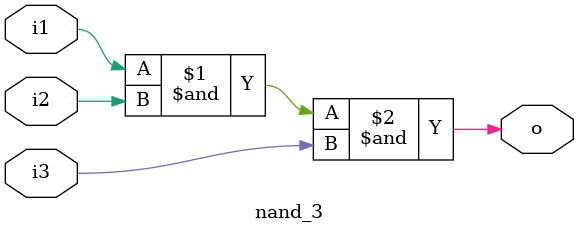
<source format=v>
module nand_4(    input i1,
                  input i2,
                  input i3,
                  input i4,
                  output o);
    assign o = i1 & i2 & i3 & i4;
endmodule

module nand_3(    input i1,
                  input i2,
                  input i3,
                  output o);
    assign o = i1 & i2 & i3;
endmodule
</source>
